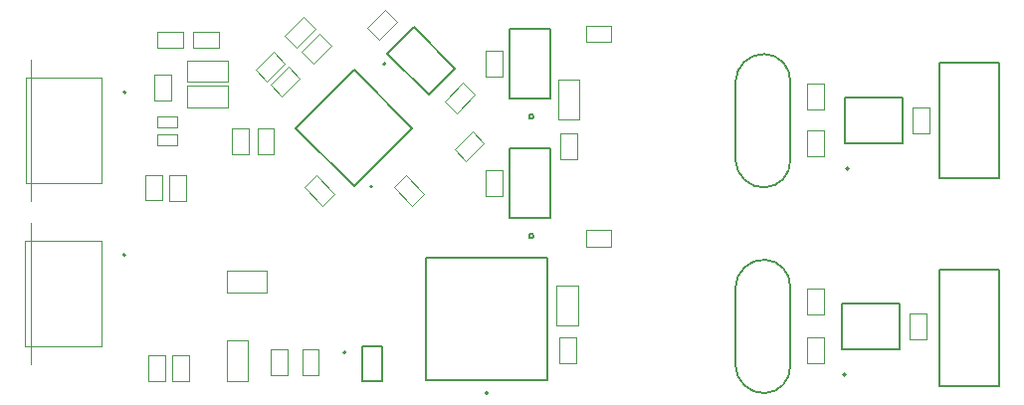
<source format=gbr>
%TF.GenerationSoftware,Altium Limited,Altium Designer,22.1.2 (22)*%
G04 Layer_Color=16711935*
%FSLAX44Y44*%
%MOMM*%
%TF.SameCoordinates,D2A5B157-11BA-4D30-A4C3-CA4352B12235*%
%TF.FilePolarity,Positive*%
%TF.FileFunction,Other,Mechanical_13*%
%TF.Part,Single*%
G01*
G75*
%TA.AperFunction,NonConductor*%
%ADD49C,0.2000*%
%ADD50C,0.1270*%
%ADD75C,0.1000*%
D49*
X574437Y1110788D02*
G03*
X574437Y1110788I-1000J0D01*
G01*
X364500Y1052700D02*
G03*
X364500Y1052700I-1000J0D01*
G01*
X364860Y1191260D02*
G03*
X364860Y1191260I-1000J0D01*
G01*
X977220Y950870D02*
G03*
X977220Y950870I-1000J0D01*
G01*
X711660Y1068790D02*
G03*
X711660Y1068790I-2000J0D01*
G01*
X585837Y1215102D02*
G03*
X585837Y1215102I-1000J0D01*
G01*
X711660Y1170390D02*
G03*
X711660Y1170390I-2000J0D01*
G01*
X979760Y1126130D02*
G03*
X979760Y1126130I-1000J0D01*
G01*
X672830Y935220D02*
G03*
X672830Y935220I-1000J0D01*
G01*
X551990Y969620D02*
G03*
X551990Y969620I-1000J0D01*
G01*
D50*
X908473Y1048622D02*
G03*
X883478Y1025313I-843J-24152D01*
G01*
Y958427D02*
G03*
X908473Y935118I24152J843D01*
G01*
X908462Y935118D02*
G03*
X930082Y958302I-782J22402D01*
G01*
Y1025438D02*
G03*
X908462Y1048622I-22402J782D01*
G01*
X908473Y1223612D02*
G03*
X883478Y1200303I-843J-24152D01*
G01*
Y1133417D02*
G03*
X908473Y1110108I24152J843D01*
G01*
X908462Y1110108D02*
G03*
X930082Y1133292I-782J22402D01*
G01*
Y1200428D02*
G03*
X908462Y1223612I-22402J782D01*
G01*
X558800Y1111283D02*
X608298Y1160780D01*
X509302D02*
X558800Y1210277D01*
X509302Y1160780D02*
X558800Y1111283D01*
Y1210277D02*
X608298Y1160780D01*
X883480Y958370D02*
Y1025370D01*
X930080Y958370D02*
Y1025370D01*
X1107440Y941100D02*
Y1040100D01*
X1056640D02*
X1107440D01*
X1056640Y941100D02*
Y1040100D01*
Y941100D02*
X1107440D01*
X973720Y1011370D02*
X1022720D01*
X973720Y972370D02*
X1022720D01*
Y1011370D01*
X973720Y972370D02*
Y1011370D01*
X691160Y1143790D02*
X726160D01*
X691160Y1083790D02*
X726160D01*
X691160D02*
Y1143790D01*
X726160Y1083790D02*
Y1143790D01*
X586959Y1224294D02*
X609586Y1246921D01*
X586959Y1224294D02*
X622314Y1188939D01*
X644941Y1211566D01*
X609586Y1246921D02*
X644941Y1211566D01*
X691160Y1245390D02*
X726160D01*
X691160Y1185390D02*
X726160D01*
X691160D02*
Y1245390D01*
X726160Y1185390D02*
Y1245390D01*
X883480Y1133360D02*
Y1200360D01*
X930080Y1133360D02*
Y1200360D01*
X976260Y1186630D02*
X1025260D01*
X976260Y1147630D02*
X1025260D01*
Y1186630D01*
X976260Y1147630D02*
Y1186630D01*
X1107440Y1117630D02*
Y1216630D01*
X1056640D02*
X1107440D01*
X1056640Y1117630D02*
Y1216630D01*
Y1117630D02*
X1107440D01*
X619830Y946220D02*
X723830D01*
Y1050220D01*
X619830D02*
X723830D01*
X619830Y946220D02*
Y1050220D01*
X565540Y945120D02*
X582540D01*
X565540Y975120D02*
X582540D01*
Y945120D02*
Y975120D01*
X565540Y945120D02*
Y975120D01*
D75*
X515732Y1254965D02*
X525985Y1244712D01*
X500175Y1239408D02*
X510428Y1229155D01*
X525985Y1244712D01*
X500175Y1239408D02*
X515732Y1254965D01*
X279000Y1064700D02*
X344000D01*
X279000Y975300D02*
X344000D01*
Y1064700D01*
X279000Y975300D02*
Y1064700D01*
X284000Y960000D02*
Y1080000D01*
X279360Y1203260D02*
X344360D01*
X279360Y1113860D02*
X344360D01*
Y1203260D01*
X279360Y1113860D02*
Y1203260D01*
X284360Y1098560D02*
Y1218560D01*
X756330Y1059800D02*
X777830D01*
X756330Y1073800D02*
X777830D01*
Y1059800D02*
Y1073800D01*
X756330Y1059800D02*
Y1073800D01*
X1031860Y981120D02*
Y1002620D01*
X1045860Y981120D02*
Y1002620D01*
X1031860Y981120D02*
X1045860D01*
X1031860Y1002620D02*
X1045860D01*
X958480Y1002460D02*
Y1024460D01*
X943980Y1002460D02*
Y1024460D01*
X958480D01*
X943980Y1002460D02*
X958480D01*
X943980Y960550D02*
Y982550D01*
X958480Y960550D02*
Y982550D01*
X943980Y960550D02*
X958480D01*
X943980Y982550D02*
X958480D01*
X733160Y960550D02*
Y982550D01*
X747660Y960550D02*
Y982550D01*
X733160Y960550D02*
X747660D01*
X733160Y982550D02*
X747660D01*
X731410Y992650D02*
Y1026650D01*
X749410Y992650D02*
Y1026650D01*
X731410Y992650D02*
X749410D01*
X731410Y1026650D02*
X749410D01*
X732680Y1167910D02*
Y1201910D01*
X750680Y1167910D02*
Y1201910D01*
X732680Y1167910D02*
X750680D01*
X732680Y1201910D02*
X750680D01*
X734430Y1134540D02*
Y1156540D01*
X748930Y1134540D02*
Y1156540D01*
X734430Y1134540D02*
X748930D01*
X734430Y1156540D02*
X748930D01*
X671180Y1103040D02*
Y1124540D01*
X685180Y1103040D02*
Y1124540D01*
X671180Y1103040D02*
X685180D01*
X671180Y1124540D02*
X685180D01*
X497728Y1187599D02*
X512931Y1202802D01*
X487829Y1197498D02*
X503032Y1212701D01*
X512931Y1202802D01*
X487829Y1197498D02*
X497728Y1187599D01*
X485028Y1200299D02*
X500231Y1215502D01*
X475129Y1210198D02*
X490332Y1225401D01*
X500231Y1215502D01*
X475129Y1210198D02*
X485028Y1200299D01*
X514145Y1225438D02*
X529702Y1240995D01*
X524398Y1215185D02*
X539955Y1230742D01*
X514145Y1225438D02*
X524398Y1215185D01*
X529702Y1240995D02*
X539955Y1230742D01*
X526938Y1120345D02*
X542495Y1104788D01*
X516685Y1110092D02*
X532242Y1094535D01*
X516685Y1110092D02*
X526938Y1120345D01*
X532242Y1094535D02*
X542495Y1104788D01*
X603138Y1120345D02*
X618695Y1104788D01*
X592885Y1110092D02*
X608442Y1094535D01*
X592885Y1110092D02*
X603138Y1120345D01*
X608442Y1094535D02*
X618695Y1104788D01*
X644449Y1142348D02*
X659652Y1157551D01*
X654348Y1132449D02*
X669551Y1147652D01*
X644449Y1142348D02*
X654348Y1132449D01*
X659652Y1157551D02*
X669551Y1147652D01*
X570025Y1245758D02*
X585582Y1261315D01*
X580278Y1235505D02*
X595835Y1251062D01*
X570025Y1245758D02*
X580278Y1235505D01*
X585582Y1261315D02*
X595835Y1251062D01*
X646318Y1173275D02*
X661875Y1188832D01*
X636065Y1183528D02*
X651622Y1199085D01*
X661875Y1188832D01*
X636065Y1183528D02*
X646318Y1173275D01*
X671180Y1204640D02*
Y1226140D01*
X685180Y1204640D02*
Y1226140D01*
X671180Y1204640D02*
X685180D01*
X671180Y1226140D02*
X685180D01*
X958480Y1176450D02*
Y1198450D01*
X943980Y1176450D02*
Y1198450D01*
X958480D01*
X943980Y1176450D02*
X958480D01*
X943980Y1137080D02*
Y1159080D01*
X958480Y1137080D02*
Y1159080D01*
X943980Y1137080D02*
X958480D01*
X943980Y1159080D02*
X958480D01*
X1034400Y1156380D02*
Y1177880D01*
X1048400Y1156380D02*
Y1177880D01*
X1034400Y1156380D02*
X1048400D01*
X1034400Y1177880D02*
X1048400D01*
X417340Y1218040D02*
X451340D01*
X417340Y1200040D02*
X451340D01*
X417340D02*
Y1218040D01*
X451340Y1200040D02*
Y1218040D01*
X391550Y1170610D02*
X408550D01*
X391550Y1161110D02*
X408550D01*
X391550D02*
Y1170610D01*
X408550Y1161110D02*
Y1170610D01*
X391550Y1155370D02*
X408550D01*
X391550Y1145870D02*
X408550D01*
X391550D02*
Y1155370D01*
X408550Y1145870D02*
Y1155370D01*
X381620Y1099230D02*
Y1120730D01*
X395620Y1099230D02*
Y1120730D01*
X381620Y1099230D02*
X395620D01*
X381620Y1120730D02*
X395620D01*
X416190Y1098980D02*
Y1120980D01*
X401690Y1098980D02*
Y1120980D01*
X416190D01*
X401690Y1098980D02*
X416190D01*
X490870Y1138600D02*
Y1160100D01*
X476870Y1138600D02*
Y1160100D01*
X490870Y1160100D01*
X476870Y1138600D02*
X490870D01*
X469280D02*
Y1160100D01*
X455280Y1138600D02*
Y1160100D01*
X469280Y1160100D01*
X455280Y1138600D02*
X469280D01*
X417340Y1178450D02*
X451340D01*
X417340Y1196450D02*
X451340D01*
Y1178450D02*
Y1196450D01*
X417340Y1178450D02*
Y1196450D01*
X422320Y1242710D02*
X443820D01*
X422320Y1228710D02*
X443820D01*
X422320D02*
Y1242710D01*
X443820Y1228710D02*
Y1242710D01*
X514970Y950640D02*
Y972140D01*
X528970Y950640D02*
Y972140D01*
X514970Y950640D02*
X528970D01*
X514970Y972140D02*
X528970D01*
X488300Y950640D02*
Y972140D01*
X502300Y950640D02*
Y972140D01*
X488300Y950640D02*
X502300D01*
X488300Y972140D02*
X502300D01*
X450740Y979660D02*
X468740D01*
X450740Y945660D02*
X468740D01*
Y979660D01*
X450740Y945660D02*
Y979660D01*
X404230Y945310D02*
Y967310D01*
X418730Y945310D02*
Y967310D01*
X404230Y945310D02*
X418730D01*
X404230Y967310D02*
X418730D01*
X398160Y945560D02*
Y967060D01*
X384160Y945560D02*
Y967060D01*
X398160D01*
X384160Y945560D02*
X398160D01*
X451000Y1021000D02*
Y1039000D01*
X485000Y1021000D02*
Y1039000D01*
X451000D02*
X485000D01*
X451000Y1021000D02*
X485000D01*
X388990Y1184070D02*
Y1206070D01*
X403490Y1184070D02*
Y1206070D01*
X388990Y1184070D02*
X403490D01*
X388990Y1206070D02*
X403490D01*
X391840Y1242710D02*
X413340D01*
X391840Y1228710D02*
X413340D01*
X391840D02*
Y1242710D01*
X413340Y1228710D02*
Y1242710D01*
X756330Y1233790D02*
X777830D01*
X756330Y1247790D02*
X777830D01*
Y1233790D02*
Y1247790D01*
X756330Y1233790D02*
Y1247790D01*
%TF.MD5,2d5f275dd615ed1d017429dfb684dce3*%
M02*

</source>
